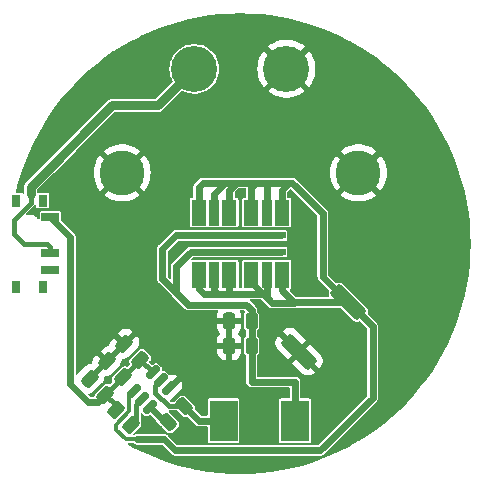
<source format=gbr>
%TF.GenerationSoftware,KiCad,Pcbnew,7.0.1*%
%TF.CreationDate,2023-03-29T13:12:41+01:00*%
%TF.ProjectId,LedBoard,4c656442-6f61-4726-942e-6b696361645f,rev?*%
%TF.SameCoordinates,Original*%
%TF.FileFunction,Copper,L1,Top*%
%TF.FilePolarity,Positive*%
%FSLAX46Y46*%
G04 Gerber Fmt 4.6, Leading zero omitted, Abs format (unit mm)*
G04 Created by KiCad (PCBNEW 7.0.1) date 2023-03-29 13:12:41*
%MOMM*%
%LPD*%
G01*
G04 APERTURE LIST*
G04 Aperture macros list*
%AMRoundRect*
0 Rectangle with rounded corners*
0 $1 Rounding radius*
0 $2 $3 $4 $5 $6 $7 $8 $9 X,Y pos of 4 corners*
0 Add a 4 corners polygon primitive as box body*
4,1,4,$2,$3,$4,$5,$6,$7,$8,$9,$2,$3,0*
0 Add four circle primitives for the rounded corners*
1,1,$1+$1,$2,$3*
1,1,$1+$1,$4,$5*
1,1,$1+$1,$6,$7*
1,1,$1+$1,$8,$9*
0 Add four rect primitives between the rounded corners*
20,1,$1+$1,$2,$3,$4,$5,0*
20,1,$1+$1,$4,$5,$6,$7,0*
20,1,$1+$1,$6,$7,$8,$9,0*
20,1,$1+$1,$8,$9,$2,$3,0*%
G04 Aperture macros list end*
%TA.AperFunction,SMDPad,CuDef*%
%ADD10R,0.825000X0.600000*%
%TD*%
%TA.AperFunction,SMDPad,CuDef*%
%ADD11R,0.625000X0.600000*%
%TD*%
%TA.AperFunction,SMDPad,CuDef*%
%ADD12R,1.245000X2.200000*%
%TD*%
%TA.AperFunction,SMDPad,CuDef*%
%ADD13R,0.850000X2.200000*%
%TD*%
%TA.AperFunction,ComponentPad*%
%ADD14C,3.800000*%
%TD*%
%TA.AperFunction,SMDPad,CuDef*%
%ADD15R,0.800000X1.000000*%
%TD*%
%TA.AperFunction,SMDPad,CuDef*%
%ADD16R,1.500000X0.700000*%
%TD*%
%TA.AperFunction,SMDPad,CuDef*%
%ADD17R,2.350000X3.500000*%
%TD*%
%TA.AperFunction,SMDPad,CuDef*%
%ADD18RoundRect,0.250000X0.250000X0.475000X-0.250000X0.475000X-0.250000X-0.475000X0.250000X-0.475000X0*%
%TD*%
%TA.AperFunction,SMDPad,CuDef*%
%ADD19RoundRect,0.250000X0.512652X0.159099X0.159099X0.512652X-0.512652X-0.159099X-0.159099X-0.512652X0*%
%TD*%
%TA.AperFunction,SMDPad,CuDef*%
%ADD20RoundRect,0.150000X0.256326X0.468458X-0.468458X-0.256326X-0.256326X-0.468458X0.468458X0.256326X0*%
%TD*%
%TA.AperFunction,SMDPad,CuDef*%
%ADD21RoundRect,0.250000X-0.751301X1.263953X-1.263953X0.751301X0.751301X-1.263953X1.263953X-0.751301X0*%
%TD*%
%TA.AperFunction,SMDPad,CuDef*%
%ADD22RoundRect,0.250000X0.503814X0.132583X0.132583X0.503814X-0.503814X-0.132583X-0.132583X-0.503814X0*%
%TD*%
%TA.AperFunction,ComponentPad*%
%ADD23O,3.900000X3.900000*%
%TD*%
%TA.AperFunction,ComponentPad*%
%ADD24C,3.900000*%
%TD*%
%TA.AperFunction,SMDPad,CuDef*%
%ADD25RoundRect,0.250000X0.159099X-0.512652X0.512652X-0.159099X-0.159099X0.512652X-0.512652X0.159099X0*%
%TD*%
%TA.AperFunction,Conductor*%
%ADD26C,0.600000*%
%TD*%
%TA.AperFunction,Conductor*%
%ADD27C,1.000000*%
%TD*%
%TA.AperFunction,Conductor*%
%ADD28C,0.150000*%
%TD*%
%TA.AperFunction,Conductor*%
%ADD29C,0.400000*%
%TD*%
%TA.AperFunction,Conductor*%
%ADD30C,0.300000*%
%TD*%
%TA.AperFunction,Conductor*%
%ADD31C,0.800000*%
%TD*%
G04 APERTURE END LIST*
D10*
%TO.P,LED4,1,Anode*%
%TO.N,Net-(C5-Pad1)*%
X91025000Y-36300000D03*
D11*
%TO.P,LED4,2,Anode*%
X92225000Y-36300000D03*
D10*
%TO.P,LED4,3,Anode*%
X93425000Y-36300000D03*
D12*
%TO.P,LED4,4,Cathode*%
%TO.N,Net-(U1-VFB)*%
X93521000Y-34375000D03*
D13*
%TO.P,LED4,5,Cathode*%
X92224000Y-34375000D03*
D12*
%TO.P,LED4,6,Cathode*%
X90927000Y-34375000D03*
%TD*%
D10*
%TO.P,LED3,1,Anode*%
%TO.N,Net-(C5-Pad1)*%
X93423000Y-37700000D03*
D11*
%TO.P,LED3,2,Anode*%
X92223000Y-37700000D03*
D10*
%TO.P,LED3,3,Anode*%
X91023000Y-37700000D03*
D12*
%TO.P,LED3,4,Cathode*%
%TO.N,Net-(U1-VFB)*%
X90927000Y-39625000D03*
D13*
%TO.P,LED3,5,Cathode*%
X92224000Y-39625000D03*
D12*
%TO.P,LED3,6,Cathode*%
X93521000Y-39625000D03*
%TD*%
D10*
%TO.P,LED2,1,Anode*%
%TO.N,Net-(C5-Pad1)*%
X88973000Y-37700000D03*
D11*
%TO.P,LED2,2,Anode*%
X87773000Y-37700000D03*
D10*
%TO.P,LED2,3,Anode*%
X86573000Y-37700000D03*
D12*
%TO.P,LED2,4,Cathode*%
%TO.N,Net-(U1-VFB)*%
X86477000Y-39625000D03*
D13*
%TO.P,LED2,5,Cathode*%
X87774000Y-39625000D03*
D12*
%TO.P,LED2,6,Cathode*%
X89071000Y-39625000D03*
%TD*%
D10*
%TO.P,LED1,1,Anode*%
%TO.N,Net-(C5-Pad1)*%
X86575000Y-36300000D03*
D11*
%TO.P,LED1,2,Anode*%
X87775000Y-36300000D03*
D10*
%TO.P,LED1,3,Anode*%
X88975000Y-36300000D03*
D12*
%TO.P,LED1,4,Cathode*%
%TO.N,Net-(U1-VFB)*%
X89071000Y-34375000D03*
D13*
%TO.P,LED1,5,Cathode*%
X87774000Y-34375000D03*
D12*
%TO.P,LED1,6,Cathode*%
X86477000Y-34375000D03*
%TD*%
D14*
%TO.P,H1,1,1*%
%TO.N,GND*%
X80000000Y-31000000D03*
%TD*%
D15*
%TO.P,SW1,*%
%TO.N,*%
X73255000Y-33350000D03*
X71045000Y-33350000D03*
X73255000Y-40650000D03*
X71045000Y-40650000D03*
D16*
%TO.P,SW1,1,A*%
%TO.N,Net-(SW1-A)*%
X73905000Y-34750000D03*
%TO.P,SW1,2,B*%
%TO.N,+12V*%
X73905000Y-37750000D03*
%TO.P,SW1,3,C*%
%TO.N,unconnected-(SW1-C-Pad3)*%
X73905000Y-39250000D03*
%TD*%
D17*
%TO.P,L1,1*%
%TO.N,Net-(U1-SW)*%
X88575000Y-52000000D03*
%TO.P,L1,2*%
%TO.N,Net-(C5-Pad1)*%
X94625000Y-52000000D03*
%TD*%
D18*
%TO.P,C5,1*%
%TO.N,Net-(C5-Pad1)*%
X90950000Y-45650000D03*
%TO.P,C5,2*%
%TO.N,GND*%
X89050000Y-45650000D03*
%TD*%
D19*
%TO.P,C4,1*%
%TO.N,Net-(SW1-A)*%
X81521751Y-46821751D03*
%TO.P,C4,2*%
%TO.N,GND*%
X80178249Y-45478249D03*
%TD*%
D20*
%TO.P,U1,1,GND*%
%TO.N,GND*%
X83952170Y-49234834D03*
%TO.P,U1,2,SW*%
%TO.N,Net-(U1-SW)*%
X83280419Y-48563083D03*
%TO.P,U1,3,VIN*%
%TO.N,Net-(SW1-A)*%
X82608668Y-47891332D03*
%TO.P,U1,4,VFB*%
%TO.N,Net-(U1-VFB)*%
X81000000Y-49500000D03*
%TO.P,U1,5,EN*%
%TO.N,Net-(U1-EN)*%
X81671751Y-50171751D03*
%TO.P,U1,6,VBST*%
%TO.N,Net-(U1-VBST)*%
X82343502Y-50843502D03*
%TD*%
D18*
%TO.P,C6,1*%
%TO.N,Net-(C5-Pad1)*%
X90950000Y-43550000D03*
%TO.P,C6,2*%
%TO.N,GND*%
X89050000Y-43550000D03*
%TD*%
D21*
%TO.P,R2,1*%
%TO.N,Net-(U1-VFB)*%
X99144804Y-41955196D03*
%TO.P,R2,2*%
%TO.N,GND*%
X94955196Y-46144804D03*
%TD*%
D22*
%TO.P,R1,1*%
%TO.N,Net-(U1-EN)*%
X80721320Y-52362652D03*
%TO.P,R1,2*%
%TO.N,Net-(SW1-A)*%
X79430850Y-51072182D03*
%TD*%
D23*
%TO.P,J1,1,Pin_1*%
%TO.N,+12V*%
X86100000Y-22200000D03*
D24*
%TO.P,J1,2,Pin_2*%
%TO.N,GND*%
X93900000Y-22200000D03*
%TD*%
D25*
%TO.P,C1,1*%
%TO.N,Net-(U1-VBST)*%
X83904334Y-52114168D03*
%TO.P,C1,2*%
%TO.N,Net-(U1-SW)*%
X85247836Y-50770666D03*
%TD*%
D19*
%TO.P,C3,1*%
%TO.N,Net-(SW1-A)*%
X80046751Y-48296751D03*
%TO.P,C3,2*%
%TO.N,GND*%
X78703249Y-46953249D03*
%TD*%
%TO.P,C2,1*%
%TO.N,Net-(SW1-A)*%
X78571751Y-49771751D03*
%TO.P,C2,2*%
%TO.N,GND*%
X77228249Y-48428249D03*
%TD*%
D14*
%TO.P,H2,1,1*%
%TO.N,GND*%
X100000000Y-31000000D03*
%TD*%
D26*
%TO.N,Net-(U1-VFB)*%
X93521000Y-32429000D02*
X94100000Y-31850000D01*
X93521000Y-34375000D02*
X93521000Y-32429000D01*
X94100000Y-31850000D02*
X94400000Y-31850000D01*
X92475000Y-31850000D02*
X94100000Y-31850000D01*
X92224000Y-32101000D02*
X92475000Y-31850000D01*
X92224000Y-34375000D02*
X92224000Y-32101000D01*
X91325000Y-31850000D02*
X92475000Y-31850000D01*
X90927000Y-34375000D02*
X90927000Y-32248000D01*
X90927000Y-32248000D02*
X91325000Y-31850000D01*
X89675000Y-31850000D02*
X91325000Y-31850000D01*
X89071000Y-34375000D02*
X89071000Y-32454000D01*
X89071000Y-32454000D02*
X89675000Y-31850000D01*
X88725000Y-31850000D02*
X89675000Y-31850000D01*
X87774000Y-32801000D02*
X88725000Y-31850000D01*
X87774000Y-34375000D02*
X87774000Y-32801000D01*
X86850000Y-31850000D02*
X88725000Y-31850000D01*
X89325000Y-41225000D02*
X91925000Y-41225000D01*
X91925000Y-41225000D02*
X92224000Y-41524000D01*
%TO.N,Net-(C5-Pad1)*%
X85575000Y-42150000D02*
X84875000Y-41450000D01*
X90950000Y-42600000D02*
X90500000Y-42150000D01*
X90500000Y-42150000D02*
X85575000Y-42150000D01*
X90950000Y-43550000D02*
X90950000Y-42600000D01*
%TO.N,Net-(U1-VFB)*%
X86900000Y-41225000D02*
X88075000Y-41225000D01*
X86477000Y-40802000D02*
X86900000Y-41225000D01*
X86477000Y-39625000D02*
X86477000Y-40802000D01*
X87774000Y-40924000D02*
X88075000Y-41225000D01*
X87774000Y-39625000D02*
X87774000Y-40924000D01*
X88075000Y-41225000D02*
X89325000Y-41225000D01*
X89071000Y-40971000D02*
X89325000Y-41225000D01*
X89071000Y-39625000D02*
X89071000Y-40971000D01*
X90927000Y-40227000D02*
X92550000Y-41850000D01*
X92550000Y-41850000D02*
X92700000Y-42000000D01*
X90927000Y-39625000D02*
X90927000Y-40227000D01*
X92224000Y-41524000D02*
X92550000Y-41850000D01*
X92700000Y-42000000D02*
X94575000Y-42000000D01*
X92224000Y-39625000D02*
X92224000Y-41524000D01*
X94575000Y-42000000D02*
X94619804Y-41955196D01*
X94619804Y-41955196D02*
X99144804Y-41955196D01*
X93521000Y-40946000D02*
X94575000Y-42000000D01*
X93521000Y-39625000D02*
X93521000Y-40946000D01*
X96975000Y-39785392D02*
X99144804Y-41955196D01*
X94400000Y-31850000D02*
X96975000Y-34425000D01*
X96975000Y-34425000D02*
X96975000Y-39785392D01*
X86477000Y-32223000D02*
X86850000Y-31850000D01*
X86477000Y-34375000D02*
X86477000Y-32223000D01*
%TO.N,Net-(C5-Pad1)*%
X84575000Y-38904500D02*
X84575000Y-41150000D01*
X85779500Y-37700000D02*
X84575000Y-38904500D01*
X86573000Y-37700000D02*
X85779500Y-37700000D01*
X84875000Y-41450000D02*
X83400000Y-39975000D01*
X84575000Y-41150000D02*
X84875000Y-41450000D01*
X93423000Y-37700000D02*
X86573000Y-37700000D01*
X83400000Y-37450000D02*
X84550000Y-36300000D01*
X84550000Y-36300000D02*
X93425000Y-36300000D01*
X83400000Y-39975000D02*
X83400000Y-37450000D01*
D27*
%TO.N,Net-(U1-VFB)*%
X90950000Y-39648000D02*
X90927000Y-39625000D01*
D26*
%TO.N,Net-(C5-Pad1)*%
X94625000Y-52000000D02*
X94625000Y-48700000D01*
X90950000Y-43550000D02*
X90950000Y-45650000D01*
X94625000Y-48700000D02*
X90950000Y-48700000D01*
X90950000Y-48700000D02*
X90950000Y-45650000D01*
%TO.N,Net-(U1-VBST)*%
X83614168Y-52114168D02*
X82343502Y-50843502D01*
D28*
X83904334Y-52114168D02*
X83614168Y-52114168D01*
D29*
%TO.N,Net-(U1-SW)*%
X82775000Y-49625000D02*
X83920666Y-50770666D01*
X82775000Y-49068502D02*
X82775000Y-49625000D01*
X83280419Y-48563083D02*
X82775000Y-49068502D01*
X83920666Y-50770666D02*
X85247836Y-50770666D01*
D26*
X88575000Y-52000000D02*
X86477170Y-52000000D01*
X86477170Y-52000000D02*
X85247836Y-50770666D01*
D29*
%TO.N,Net-(SW1-A)*%
X78571751Y-49771751D02*
X79430850Y-50630850D01*
D26*
X75600000Y-36445000D02*
X73905000Y-34750000D01*
D29*
X79430850Y-50630850D02*
X79430850Y-51072182D01*
D26*
X77918502Y-50425000D02*
X77125000Y-50425000D01*
D29*
X81539087Y-46821751D02*
X81521751Y-46821751D01*
D26*
X78571751Y-49771751D02*
X77918502Y-50425000D01*
D29*
X78571751Y-49771751D02*
X81521751Y-46821751D01*
X82608668Y-47891332D02*
X81539087Y-46821751D01*
D26*
X75600000Y-48900000D02*
X75600000Y-36445000D01*
X77125000Y-50425000D02*
X75600000Y-48900000D01*
D29*
%TO.N,GND*%
X83952170Y-49234834D02*
X83952170Y-49222830D01*
X83952170Y-49222830D02*
X85250000Y-47925000D01*
D26*
%TO.N,Net-(U1-VFB)*%
X96750000Y-54500000D02*
X101200000Y-50050000D01*
X101200000Y-44010392D02*
X99144804Y-41955196D01*
D30*
X80600000Y-51200000D02*
X80600000Y-49900000D01*
D26*
X101200000Y-50050000D02*
X101200000Y-44010392D01*
X83575000Y-53575000D02*
X84500000Y-54500000D01*
X81275000Y-53575000D02*
X83575000Y-53575000D01*
D30*
X80275000Y-53575000D02*
X79475000Y-52775000D01*
X79475000Y-52325000D02*
X80600000Y-51200000D01*
X79475000Y-52775000D02*
X79475000Y-52325000D01*
X80600000Y-49900000D02*
X81000000Y-49500000D01*
D26*
X84500000Y-54500000D02*
X96750000Y-54500000D01*
D30*
X81275000Y-53575000D02*
X80275000Y-53575000D01*
D29*
%TO.N,+12V*%
X72250000Y-32755000D02*
X72250000Y-33550000D01*
D31*
X79125000Y-25300000D02*
X72250000Y-32175000D01*
D29*
X73905000Y-37305000D02*
X73905000Y-37750000D01*
X70825833Y-36175833D02*
X71650000Y-37000000D01*
X73600000Y-37000000D02*
X73905000Y-37305000D01*
D31*
X72250000Y-32175000D02*
X72250000Y-32755000D01*
D29*
X70825833Y-34974167D02*
X70825833Y-36175833D01*
D31*
X83000000Y-25300000D02*
X79125000Y-25300000D01*
D29*
X72250000Y-33550000D02*
X70825833Y-34974167D01*
X71650000Y-37000000D02*
X73600000Y-37000000D01*
D31*
X86100000Y-22200000D02*
X83000000Y-25300000D01*
D29*
%TO.N,Net-(U1-EN)*%
X81200000Y-50643502D02*
X81200000Y-51883972D01*
X81671751Y-50171751D02*
X81200000Y-50643502D01*
X81200000Y-51883972D02*
X80721320Y-52362652D01*
%TD*%
%TA.AperFunction,Conductor*%
%TO.N,GND*%
G36*
X90873213Y-17520098D02*
G01*
X90876467Y-17520244D01*
X91746266Y-17578887D01*
X91749543Y-17579181D01*
X92615853Y-17676791D01*
X92619109Y-17677232D01*
X93480168Y-17813611D01*
X93483356Y-17814189D01*
X94337443Y-17989064D01*
X94340641Y-17989794D01*
X94918004Y-18135277D01*
X95185965Y-18202798D01*
X95189166Y-18203681D01*
X95441986Y-18279599D01*
X96024119Y-18454405D01*
X96027235Y-18455418D01*
X96850078Y-18743343D01*
X96853130Y-18744488D01*
X97662304Y-19069071D01*
X97665291Y-19070348D01*
X98459022Y-19430879D01*
X98461980Y-19432304D01*
X99238721Y-19828073D01*
X99241633Y-19829639D01*
X99999849Y-20259866D01*
X100002677Y-20261556D01*
X100112625Y-20330641D01*
X100740812Y-20725357D01*
X100743584Y-20727187D01*
X100786738Y-20757084D01*
X101460166Y-21223635D01*
X101462821Y-21225564D01*
X102113538Y-21721022D01*
X102156414Y-21753668D01*
X102159007Y-21755735D01*
X102828218Y-22314433D01*
X102830683Y-22316586D01*
X103089935Y-22553553D01*
X103474154Y-22904745D01*
X103476554Y-22907040D01*
X104092959Y-23523445D01*
X104095254Y-23525845D01*
X104683410Y-24169313D01*
X104685569Y-24171784D01*
X104793029Y-24300500D01*
X105244261Y-24840989D01*
X105246331Y-24843585D01*
X105774423Y-25537162D01*
X105776375Y-25539849D01*
X106272812Y-26256415D01*
X106274642Y-26259187D01*
X106738436Y-26997311D01*
X106740139Y-27000161D01*
X107170353Y-27758353D01*
X107171926Y-27761278D01*
X107567695Y-28538019D01*
X107569128Y-28540996D01*
X107929636Y-29334675D01*
X107930937Y-29337717D01*
X108255500Y-30146841D01*
X108256666Y-30149950D01*
X108544574Y-30972743D01*
X108545601Y-30975902D01*
X108796318Y-31810833D01*
X108797201Y-31814034D01*
X109010200Y-32659339D01*
X109010939Y-32662576D01*
X109185802Y-33516603D01*
X109186394Y-33519867D01*
X109208109Y-33656966D01*
X109322764Y-34380873D01*
X109323210Y-34384164D01*
X109420816Y-35250441D01*
X109421113Y-35253748D01*
X109479753Y-36123500D01*
X109479902Y-36126818D01*
X109499462Y-36998339D01*
X109499462Y-37001659D01*
X109479902Y-37873181D01*
X109479753Y-37876499D01*
X109421113Y-38746251D01*
X109420816Y-38749558D01*
X109323210Y-39615835D01*
X109322764Y-39619126D01*
X109186395Y-40480128D01*
X109185802Y-40483396D01*
X109010939Y-41337423D01*
X109010200Y-41340660D01*
X108797201Y-42185965D01*
X108796318Y-42189166D01*
X108545601Y-43024097D01*
X108544574Y-43027256D01*
X108256666Y-43850049D01*
X108255500Y-43853158D01*
X107930942Y-44662271D01*
X107929636Y-44665324D01*
X107569136Y-45458988D01*
X107567695Y-45461980D01*
X107171926Y-46238721D01*
X107170353Y-46241646D01*
X106740139Y-46999838D01*
X106738436Y-47002688D01*
X106274642Y-47740812D01*
X106272812Y-47743584D01*
X105776375Y-48460150D01*
X105774423Y-48462837D01*
X105246331Y-49156414D01*
X105244261Y-49159010D01*
X104685582Y-49828200D01*
X104683397Y-49830701D01*
X104095254Y-50474154D01*
X104092959Y-50476554D01*
X103476554Y-51092959D01*
X103474154Y-51095254D01*
X102830701Y-51683397D01*
X102828200Y-51685582D01*
X102159010Y-52244261D01*
X102156414Y-52246331D01*
X101462837Y-52774423D01*
X101460150Y-52776375D01*
X100743584Y-53272812D01*
X100740812Y-53274642D01*
X100002688Y-53738436D01*
X99999838Y-53740139D01*
X99241646Y-54170353D01*
X99238721Y-54171926D01*
X98461980Y-54567695D01*
X98458988Y-54569136D01*
X97665324Y-54929636D01*
X97662271Y-54930942D01*
X96853158Y-55255500D01*
X96850049Y-55256666D01*
X96027256Y-55544574D01*
X96024097Y-55545601D01*
X95189166Y-55796318D01*
X95185965Y-55797201D01*
X94340660Y-56010200D01*
X94337423Y-56010939D01*
X93483396Y-56185802D01*
X93480128Y-56186395D01*
X92619126Y-56322764D01*
X92615835Y-56323210D01*
X91749558Y-56420816D01*
X91746251Y-56421113D01*
X90876499Y-56479753D01*
X90873181Y-56479902D01*
X90001660Y-56499462D01*
X89998340Y-56499462D01*
X89126818Y-56479902D01*
X89123500Y-56479753D01*
X88253748Y-56421113D01*
X88250441Y-56420816D01*
X87384164Y-56323210D01*
X87380873Y-56322764D01*
X86662411Y-56208971D01*
X86519867Y-56186394D01*
X86516608Y-56185803D01*
X86265434Y-56134374D01*
X85662576Y-56010939D01*
X85659339Y-56010200D01*
X84814034Y-55797201D01*
X84810833Y-55796318D01*
X83975902Y-55545601D01*
X83972743Y-55544574D01*
X83149950Y-55256666D01*
X83146841Y-55255500D01*
X82337717Y-54930937D01*
X82334687Y-54929641D01*
X81540996Y-54569128D01*
X81538019Y-54567695D01*
X80761278Y-54171926D01*
X80758353Y-54170353D01*
X80482558Y-54013861D01*
X80450871Y-53978202D01*
X80447528Y-53930615D01*
X80473920Y-53890876D01*
X80519078Y-53875500D01*
X80902793Y-53875500D01*
X80934900Y-53882828D01*
X80960649Y-53903362D01*
X80965122Y-53908972D01*
X81077324Y-53985471D01*
X81077326Y-53985471D01*
X81077327Y-53985472D01*
X81207098Y-54025500D01*
X83357744Y-54025500D01*
X83386063Y-54031133D01*
X83410070Y-54047174D01*
X84160622Y-54797725D01*
X84166144Y-54803904D01*
X84190121Y-54833970D01*
X84190123Y-54833972D01*
X84238137Y-54866708D01*
X84240393Y-54868309D01*
X84287842Y-54903328D01*
X84301472Y-54910208D01*
X84302326Y-54910471D01*
X84302327Y-54910472D01*
X84347850Y-54924513D01*
X84357867Y-54927603D01*
X84360486Y-54928465D01*
X84380156Y-54935348D01*
X84416147Y-54947942D01*
X84431198Y-54950500D01*
X84432098Y-54950500D01*
X84490180Y-54950500D01*
X84492947Y-54950552D01*
X84500102Y-54950819D01*
X84551010Y-54952725D01*
X84551011Y-54952724D01*
X84551902Y-54952758D01*
X84569056Y-54950500D01*
X96720541Y-54950500D01*
X96728826Y-54950965D01*
X96767034Y-54955270D01*
X96767034Y-54955269D01*
X96767035Y-54955270D01*
X96824137Y-54944464D01*
X96826829Y-54944007D01*
X96884287Y-54935348D01*
X96884287Y-54935347D01*
X96885181Y-54935213D01*
X96899673Y-54930444D01*
X96900468Y-54930023D01*
X96900472Y-54930023D01*
X96951885Y-54902849D01*
X96954299Y-54901630D01*
X97006642Y-54876425D01*
X97006644Y-54876423D01*
X97007450Y-54876035D01*
X97019903Y-54867200D01*
X97020535Y-54866567D01*
X97020538Y-54866566D01*
X97061643Y-54825459D01*
X97063612Y-54823564D01*
X97088297Y-54800660D01*
X97106194Y-54784055D01*
X97106194Y-54784053D01*
X97106853Y-54783443D01*
X97117376Y-54769726D01*
X101497737Y-50389365D01*
X101503907Y-50383852D01*
X101533970Y-50359879D01*
X101566708Y-50311859D01*
X101568242Y-50309695D01*
X101602793Y-50262883D01*
X101602794Y-50262877D01*
X101603329Y-50262154D01*
X101610208Y-50248529D01*
X101614325Y-50235180D01*
X101627600Y-50192140D01*
X101628461Y-50189524D01*
X101638010Y-50162236D01*
X101647646Y-50134700D01*
X101647646Y-50134698D01*
X101647942Y-50133853D01*
X101650500Y-50118803D01*
X101650500Y-50059804D01*
X101650552Y-50057037D01*
X101651732Y-50025500D01*
X101652724Y-49998990D01*
X101652723Y-49998988D01*
X101652757Y-49998093D01*
X101650500Y-49980949D01*
X101650500Y-44039851D01*
X101650965Y-44031566D01*
X101655270Y-43993357D01*
X101644469Y-43936277D01*
X101644005Y-43933546D01*
X101635213Y-43875212D01*
X101630444Y-43860716D01*
X101602875Y-43808555D01*
X101601627Y-43806084D01*
X101598697Y-43800000D01*
X101576425Y-43753750D01*
X101576423Y-43753748D01*
X101576035Y-43752942D01*
X101567197Y-43740485D01*
X101525484Y-43698772D01*
X101523564Y-43696779D01*
X101483445Y-43653541D01*
X101469725Y-43643013D01*
X101351343Y-43524631D01*
X100789180Y-42962469D01*
X100769552Y-42927419D01*
X100771129Y-42887277D01*
X100809257Y-42769930D01*
X100809257Y-42643063D01*
X100787988Y-42577603D01*
X100770054Y-42522407D01*
X100728214Y-42464820D01*
X100714242Y-42445589D01*
X98654412Y-40385760D01*
X98654411Y-40385759D01*
X98577593Y-40329946D01*
X98577591Y-40329945D01*
X98456937Y-40290743D01*
X98456936Y-40290743D01*
X98330070Y-40290743D01*
X98330068Y-40290743D01*
X98212721Y-40328870D01*
X98172580Y-40330447D01*
X98137529Y-40310818D01*
X97447174Y-39620463D01*
X97431133Y-39596456D01*
X97425500Y-39568137D01*
X97425500Y-34454458D01*
X97425965Y-34446174D01*
X97426010Y-34445772D01*
X97430270Y-34407965D01*
X97419456Y-34350810D01*
X97419014Y-34348213D01*
X97410348Y-34290713D01*
X97410346Y-34290709D01*
X97410212Y-34289819D01*
X97405441Y-34275317D01*
X97377863Y-34223140D01*
X97376615Y-34220667D01*
X97351039Y-34167557D01*
X97342199Y-34155095D01*
X97300484Y-34113380D01*
X97298564Y-34111387D01*
X97259055Y-34068806D01*
X97259054Y-34068805D01*
X97258445Y-34068149D01*
X97244725Y-34057621D01*
X96054091Y-32866987D01*
X98486565Y-32866987D01*
X98711468Y-33030390D01*
X98976108Y-33175877D01*
X99256897Y-33287048D01*
X99549397Y-33362150D01*
X99849001Y-33400000D01*
X100150999Y-33400000D01*
X100450602Y-33362150D01*
X100743102Y-33287048D01*
X101023891Y-33175877D01*
X101288531Y-33030390D01*
X101513433Y-32866987D01*
X100000000Y-31353553D01*
X98486565Y-32866987D01*
X96054091Y-32866987D01*
X94739380Y-31552277D01*
X94733851Y-31546090D01*
X94709879Y-31516030D01*
X94661878Y-31483303D01*
X94659623Y-31481703D01*
X94612161Y-31446675D01*
X94598522Y-31439789D01*
X94542138Y-31422397D01*
X94539510Y-31421533D01*
X94535060Y-31419976D01*
X94495105Y-31405995D01*
X94483857Y-31402059D01*
X94468796Y-31399500D01*
X94467902Y-31399500D01*
X94409803Y-31399500D01*
X94407036Y-31399448D01*
X94348093Y-31397242D01*
X94330949Y-31399500D01*
X94167902Y-31399500D01*
X94129458Y-31399500D01*
X94121174Y-31399035D01*
X94105260Y-31397242D01*
X94082965Y-31394730D01*
X94082964Y-31394730D01*
X94071887Y-31396825D01*
X94064570Y-31398210D01*
X94050816Y-31399500D01*
X92542902Y-31399500D01*
X92504458Y-31399500D01*
X92496174Y-31399035D01*
X92480260Y-31397242D01*
X92457965Y-31394730D01*
X92457964Y-31394730D01*
X92446887Y-31396825D01*
X92439570Y-31398210D01*
X92425816Y-31399500D01*
X91392902Y-31399500D01*
X91354458Y-31399500D01*
X91346174Y-31399035D01*
X91330260Y-31397242D01*
X91307965Y-31394730D01*
X91307964Y-31394730D01*
X91289572Y-31398210D01*
X91275816Y-31399500D01*
X89742902Y-31399500D01*
X89704458Y-31399500D01*
X89696174Y-31399035D01*
X89680260Y-31397242D01*
X89657965Y-31394730D01*
X89657964Y-31394730D01*
X89639572Y-31398210D01*
X89625816Y-31399500D01*
X88792902Y-31399500D01*
X88754458Y-31399500D01*
X88746174Y-31399035D01*
X88730260Y-31397242D01*
X88707965Y-31394730D01*
X88707964Y-31394730D01*
X88689572Y-31398210D01*
X88675816Y-31399500D01*
X86879458Y-31399500D01*
X86871174Y-31399035D01*
X86870008Y-31398903D01*
X86832965Y-31394730D01*
X86832963Y-31394730D01*
X86775864Y-31405532D01*
X86773140Y-31405995D01*
X86714831Y-31414785D01*
X86700309Y-31419563D01*
X86648139Y-31447135D01*
X86645671Y-31448381D01*
X86592556Y-31473961D01*
X86580088Y-31482808D01*
X86538378Y-31524517D01*
X86536387Y-31526434D01*
X86493152Y-31566550D01*
X86482621Y-31580274D01*
X86179276Y-31883619D01*
X86173091Y-31889147D01*
X86143027Y-31913123D01*
X86110297Y-31961128D01*
X86108698Y-31963383D01*
X86073675Y-32010839D01*
X86066789Y-32024477D01*
X86049406Y-32080836D01*
X86048541Y-32083464D01*
X86029060Y-32139139D01*
X86026500Y-32154211D01*
X86026500Y-32213197D01*
X86026448Y-32215964D01*
X86024242Y-32274906D01*
X86026500Y-32292051D01*
X86026500Y-33050500D01*
X86016586Y-33087500D01*
X85989500Y-33114586D01*
X85952500Y-33124500D01*
X85839680Y-33124500D01*
X85795778Y-33133233D01*
X85745996Y-33166496D01*
X85712733Y-33216278D01*
X85704000Y-33260180D01*
X85704000Y-35489820D01*
X85712733Y-35533722D01*
X85745996Y-35583504D01*
X85795778Y-35616767D01*
X85839680Y-35625500D01*
X87114319Y-35625500D01*
X87114320Y-35625500D01*
X87158222Y-35616767D01*
X87183140Y-35600117D01*
X87224250Y-35587647D01*
X87265359Y-35600117D01*
X87290278Y-35616767D01*
X87334180Y-35625500D01*
X88213819Y-35625500D01*
X88213820Y-35625500D01*
X88257722Y-35616767D01*
X88282640Y-35600117D01*
X88323750Y-35587647D01*
X88364859Y-35600117D01*
X88389778Y-35616767D01*
X88433680Y-35625500D01*
X89708319Y-35625500D01*
X89708320Y-35625500D01*
X89752222Y-35616767D01*
X89802004Y-35583504D01*
X89835267Y-35533722D01*
X89844000Y-35489820D01*
X89844000Y-33260180D01*
X89835267Y-33216278D01*
X89802004Y-33166496D01*
X89752222Y-33133233D01*
X89708320Y-33124500D01*
X89708319Y-33124500D01*
X89595500Y-33124500D01*
X89558500Y-33114586D01*
X89531414Y-33087500D01*
X89521500Y-33050500D01*
X89521500Y-32671256D01*
X89527133Y-32642937D01*
X89543174Y-32618930D01*
X89839929Y-32322174D01*
X89863936Y-32306133D01*
X89892255Y-32300500D01*
X90402500Y-32300500D01*
X90439500Y-32310414D01*
X90466586Y-32337500D01*
X90476500Y-32374500D01*
X90476500Y-33050500D01*
X90466586Y-33087500D01*
X90439500Y-33114586D01*
X90402500Y-33124500D01*
X90289680Y-33124500D01*
X90245778Y-33133233D01*
X90195996Y-33166496D01*
X90162733Y-33216278D01*
X90154000Y-33260180D01*
X90154000Y-35489820D01*
X90162733Y-35533722D01*
X90195996Y-35583504D01*
X90245778Y-35616767D01*
X90289680Y-35625500D01*
X91564319Y-35625500D01*
X91564320Y-35625500D01*
X91608222Y-35616767D01*
X91633140Y-35600117D01*
X91674250Y-35587647D01*
X91715359Y-35600117D01*
X91740278Y-35616767D01*
X91784180Y-35625500D01*
X92663819Y-35625500D01*
X92663820Y-35625500D01*
X92707722Y-35616767D01*
X92732640Y-35600117D01*
X92773750Y-35587647D01*
X92814859Y-35600117D01*
X92839778Y-35616767D01*
X92883680Y-35625500D01*
X94158319Y-35625500D01*
X94158320Y-35625500D01*
X94202222Y-35616767D01*
X94252004Y-35583504D01*
X94285267Y-35533722D01*
X94294000Y-35489820D01*
X94294000Y-33260180D01*
X94285267Y-33216278D01*
X94252004Y-33166496D01*
X94202222Y-33133233D01*
X94158320Y-33124500D01*
X94158319Y-33124500D01*
X94045500Y-33124500D01*
X94008500Y-33114586D01*
X93981414Y-33087500D01*
X93971500Y-33050500D01*
X93971500Y-32646256D01*
X93977133Y-32617938D01*
X93993174Y-32593930D01*
X94125483Y-32461620D01*
X94197673Y-32389428D01*
X94230846Y-32370277D01*
X94269151Y-32370276D01*
X94302325Y-32389429D01*
X96502826Y-34589929D01*
X96518867Y-34613936D01*
X96524500Y-34642255D01*
X96524500Y-39755934D01*
X96524035Y-39764218D01*
X96519730Y-39802427D01*
X96530533Y-39859523D01*
X96530988Y-39862199D01*
X96534236Y-39883745D01*
X96539786Y-39920570D01*
X96544559Y-39935072D01*
X96544976Y-39935862D01*
X96544977Y-39935864D01*
X96554470Y-39953826D01*
X96572124Y-39987229D01*
X96573370Y-39989697D01*
X96598963Y-40042840D01*
X96607804Y-40055300D01*
X96649514Y-40097010D01*
X96651433Y-40099002D01*
X96685001Y-40135180D01*
X96691556Y-40142244D01*
X96705274Y-40152770D01*
X97500426Y-40947921D01*
X97520055Y-40982972D01*
X97518478Y-41023113D01*
X97480351Y-41140460D01*
X97480351Y-41267329D01*
X97521628Y-41394369D01*
X97532889Y-41424889D01*
X97525052Y-41464291D01*
X97497782Y-41493791D01*
X97459117Y-41504696D01*
X94747452Y-41504696D01*
X94719133Y-41499063D01*
X94695126Y-41483022D01*
X94469722Y-41257618D01*
X94192035Y-40979932D01*
X94171784Y-40942043D01*
X94175995Y-40899287D01*
X94203246Y-40866082D01*
X94252004Y-40833504D01*
X94285267Y-40783722D01*
X94294000Y-40739820D01*
X94294000Y-38510180D01*
X94285267Y-38466278D01*
X94252004Y-38416496D01*
X94202222Y-38383233D01*
X94158320Y-38374500D01*
X92883680Y-38374500D01*
X92839777Y-38383233D01*
X92839778Y-38383233D01*
X92814861Y-38399882D01*
X92773750Y-38412352D01*
X92732639Y-38399882D01*
X92707722Y-38383233D01*
X92663820Y-38374500D01*
X91784180Y-38374500D01*
X91740277Y-38383233D01*
X91740278Y-38383233D01*
X91715361Y-38399882D01*
X91674250Y-38412352D01*
X91633139Y-38399882D01*
X91608222Y-38383233D01*
X91564320Y-38374500D01*
X90289680Y-38374500D01*
X90245777Y-38383233D01*
X90245778Y-38383233D01*
X90195996Y-38416496D01*
X90162733Y-38466278D01*
X90154000Y-38510181D01*
X90154000Y-40700500D01*
X90144086Y-40737500D01*
X90117000Y-40764586D01*
X90080000Y-40774500D01*
X89918000Y-40774500D01*
X89881000Y-40764586D01*
X89853914Y-40737500D01*
X89844000Y-40700500D01*
X89844000Y-38510181D01*
X89844000Y-38510180D01*
X89835267Y-38466278D01*
X89802004Y-38416496D01*
X89752222Y-38383233D01*
X89708320Y-38374500D01*
X88433680Y-38374500D01*
X88389777Y-38383233D01*
X88389778Y-38383233D01*
X88364861Y-38399882D01*
X88323750Y-38412352D01*
X88282639Y-38399882D01*
X88257722Y-38383233D01*
X88213820Y-38374500D01*
X87334180Y-38374500D01*
X87290277Y-38383233D01*
X87290278Y-38383233D01*
X87265361Y-38399882D01*
X87224250Y-38412352D01*
X87183139Y-38399882D01*
X87158222Y-38383233D01*
X87114320Y-38374500D01*
X85920755Y-38374500D01*
X85879643Y-38362029D01*
X85852388Y-38328819D01*
X85848177Y-38286063D01*
X85868429Y-38248174D01*
X85944429Y-38172174D01*
X85968436Y-38156133D01*
X85996755Y-38150500D01*
X93850319Y-38150500D01*
X93850320Y-38150500D01*
X93894222Y-38141767D01*
X93944004Y-38108504D01*
X93977267Y-38058722D01*
X93986000Y-38014820D01*
X93986000Y-37385180D01*
X93977267Y-37341278D01*
X93944004Y-37291496D01*
X93894222Y-37258233D01*
X93850320Y-37249500D01*
X93850319Y-37249500D01*
X85808958Y-37249500D01*
X85800674Y-37249035D01*
X85798952Y-37248841D01*
X85762465Y-37244730D01*
X85762464Y-37244730D01*
X85705365Y-37255533D01*
X85702639Y-37255996D01*
X85644327Y-37264785D01*
X85629820Y-37269558D01*
X85577681Y-37297115D01*
X85575212Y-37298361D01*
X85522052Y-37323962D01*
X85509594Y-37332802D01*
X85467879Y-37374516D01*
X85465887Y-37376434D01*
X85422652Y-37416550D01*
X85412121Y-37430274D01*
X84277276Y-38565119D01*
X84271091Y-38570647D01*
X84241027Y-38594623D01*
X84208297Y-38642628D01*
X84206698Y-38644883D01*
X84171675Y-38692339D01*
X84164789Y-38705977D01*
X84152367Y-38746251D01*
X84148672Y-38758233D01*
X84147406Y-38762336D01*
X84146541Y-38764964D01*
X84127060Y-38820639D01*
X84124500Y-38835711D01*
X84124500Y-38894697D01*
X84124448Y-38897464D01*
X84122242Y-38956406D01*
X84124500Y-38973551D01*
X84124500Y-39883745D01*
X84112029Y-39924857D01*
X84078819Y-39952112D01*
X84036063Y-39956323D01*
X83998174Y-39936071D01*
X83872174Y-39810071D01*
X83856133Y-39786064D01*
X83850500Y-39757745D01*
X83850500Y-37667256D01*
X83856133Y-37638937D01*
X83872174Y-37614930D01*
X84714929Y-36772174D01*
X84738936Y-36756133D01*
X84767255Y-36750500D01*
X93852319Y-36750500D01*
X93852320Y-36750500D01*
X93896222Y-36741767D01*
X93946004Y-36708504D01*
X93979267Y-36658722D01*
X93988000Y-36614820D01*
X93988000Y-35985180D01*
X93979267Y-35941278D01*
X93946004Y-35891496D01*
X93896222Y-35858233D01*
X93852320Y-35849500D01*
X93852319Y-35849500D01*
X84579458Y-35849500D01*
X84571174Y-35849035D01*
X84570008Y-35848903D01*
X84532965Y-35844730D01*
X84532963Y-35844730D01*
X84475864Y-35855532D01*
X84473140Y-35855995D01*
X84414831Y-35864785D01*
X84400309Y-35869563D01*
X84348139Y-35897135D01*
X84345671Y-35898381D01*
X84292556Y-35923961D01*
X84280088Y-35932808D01*
X84238378Y-35974517D01*
X84236387Y-35976434D01*
X84193152Y-36016550D01*
X84182621Y-36030274D01*
X83102276Y-37110619D01*
X83096091Y-37116147D01*
X83066027Y-37140123D01*
X83033297Y-37188128D01*
X83031698Y-37190383D01*
X82996675Y-37237839D01*
X82989789Y-37251477D01*
X82972406Y-37307836D01*
X82971541Y-37310464D01*
X82952060Y-37366139D01*
X82949500Y-37381211D01*
X82949500Y-37440197D01*
X82949448Y-37442964D01*
X82947242Y-37501906D01*
X82949500Y-37519051D01*
X82949500Y-39945542D01*
X82949035Y-39953826D01*
X82944730Y-39992035D01*
X82955533Y-40049131D01*
X82955988Y-40051807D01*
X82961938Y-40091278D01*
X82964786Y-40110178D01*
X82969559Y-40124680D01*
X82969976Y-40125470D01*
X82969977Y-40125472D01*
X82988177Y-40159908D01*
X82997124Y-40176837D01*
X82998370Y-40179305D01*
X83023963Y-40232448D01*
X83032804Y-40244908D01*
X83074514Y-40286618D01*
X83076433Y-40288610D01*
X83114786Y-40329945D01*
X83116556Y-40331852D01*
X83130274Y-40342378D01*
X83665375Y-40877479D01*
X84199942Y-41412045D01*
X84199943Y-41412047D01*
X84249513Y-41461617D01*
X84251432Y-41463609D01*
X84289555Y-41504696D01*
X84291556Y-41506852D01*
X84305274Y-41517378D01*
X84395509Y-41607612D01*
X84503250Y-41715353D01*
X84503253Y-41715357D01*
X85235626Y-42447730D01*
X85241148Y-42453909D01*
X85265121Y-42483970D01*
X85265123Y-42483972D01*
X85313144Y-42516713D01*
X85315387Y-42518304D01*
X85325659Y-42525885D01*
X85362841Y-42553327D01*
X85376475Y-42560208D01*
X85377323Y-42560469D01*
X85377327Y-42560472D01*
X85432914Y-42577617D01*
X85435424Y-42578443D01*
X85490300Y-42597646D01*
X85490303Y-42597646D01*
X85491149Y-42597942D01*
X85506198Y-42600500D01*
X85507098Y-42600500D01*
X85565196Y-42600500D01*
X85567962Y-42600551D01*
X85626010Y-42602724D01*
X85626011Y-42602723D01*
X85626906Y-42602757D01*
X85644051Y-42600500D01*
X88078892Y-42600500D01*
X88116357Y-42610685D01*
X88143509Y-42638436D01*
X88152874Y-42676114D01*
X88141875Y-42713348D01*
X88115641Y-42755878D01*
X88060494Y-42922303D01*
X88050000Y-43025023D01*
X88050000Y-43300000D01*
X90049999Y-43300000D01*
X90049999Y-43025023D01*
X90039505Y-42922303D01*
X89984358Y-42755878D01*
X89958125Y-42713348D01*
X89947126Y-42676114D01*
X89956491Y-42638436D01*
X89983643Y-42610685D01*
X90021108Y-42600500D01*
X90282744Y-42600500D01*
X90311062Y-42606133D01*
X90335070Y-42622174D01*
X90408426Y-42695529D01*
X90427578Y-42728702D01*
X90427579Y-42767007D01*
X90408426Y-42800180D01*
X90371951Y-42836655D01*
X90346158Y-42887277D01*
X90314354Y-42949696D01*
X90314353Y-42949697D01*
X90314354Y-42949697D01*
X90299500Y-43043481D01*
X90299500Y-44056518D01*
X90314353Y-44150303D01*
X90371949Y-44263341D01*
X90469945Y-44361337D01*
X90469718Y-44361563D01*
X90488596Y-44379015D01*
X90499500Y-44417679D01*
X90499500Y-44782321D01*
X90488596Y-44820985D01*
X90469718Y-44838436D01*
X90469945Y-44838663D01*
X90371949Y-44936659D01*
X90314354Y-45049694D01*
X90299500Y-45143481D01*
X90299500Y-46156518D01*
X90314353Y-46250303D01*
X90371949Y-46363341D01*
X90469945Y-46461337D01*
X90469718Y-46461563D01*
X90488596Y-46479015D01*
X90499500Y-46517679D01*
X90499500Y-48640900D01*
X90497645Y-48657366D01*
X90495684Y-48665954D01*
X90498122Y-48698479D01*
X90499240Y-48713397D01*
X90499293Y-48714097D01*
X90499500Y-48719628D01*
X90499500Y-48733763D01*
X90501607Y-48747745D01*
X90502226Y-48753240D01*
X90505834Y-48801379D01*
X90509052Y-48809579D01*
X90513339Y-48825580D01*
X90514651Y-48834285D01*
X90535595Y-48877776D01*
X90537804Y-48882838D01*
X90555448Y-48927794D01*
X90560942Y-48934683D01*
X90569752Y-48948705D01*
X90573575Y-48956642D01*
X90591053Y-48975479D01*
X90606411Y-48992031D01*
X90610019Y-48996224D01*
X90626936Y-49017437D01*
X90640121Y-49033970D01*
X90647399Y-49038932D01*
X90659950Y-49049734D01*
X90665945Y-49056194D01*
X90665946Y-49056195D01*
X90707755Y-49080333D01*
X90712423Y-49083265D01*
X90743282Y-49104305D01*
X90752327Y-49110472D01*
X90760741Y-49113067D01*
X90775930Y-49119694D01*
X90783555Y-49124096D01*
X90830635Y-49134841D01*
X90835953Y-49136266D01*
X90882098Y-49150500D01*
X90890900Y-49150500D01*
X90907366Y-49152355D01*
X90915954Y-49154315D01*
X90964098Y-49150706D01*
X90969628Y-49150500D01*
X94100500Y-49150500D01*
X94137500Y-49160414D01*
X94164586Y-49187500D01*
X94174500Y-49224500D01*
X94174500Y-50025500D01*
X94164586Y-50062500D01*
X94137500Y-50089586D01*
X94100500Y-50099500D01*
X93435180Y-50099500D01*
X93391278Y-50108233D01*
X93341496Y-50141496D01*
X93308233Y-50191278D01*
X93299500Y-50235180D01*
X93299500Y-53764820D01*
X93308233Y-53808722D01*
X93341496Y-53858504D01*
X93391278Y-53891767D01*
X93435180Y-53900500D01*
X95814819Y-53900500D01*
X95814820Y-53900500D01*
X95858722Y-53891767D01*
X95908504Y-53858504D01*
X95941767Y-53808722D01*
X95950500Y-53764820D01*
X95950500Y-50235180D01*
X95941767Y-50191278D01*
X95908504Y-50141496D01*
X95858722Y-50108233D01*
X95814820Y-50099500D01*
X95814819Y-50099500D01*
X95149500Y-50099500D01*
X95112500Y-50089586D01*
X95085414Y-50062500D01*
X95075500Y-50025500D01*
X95075500Y-48759100D01*
X95077355Y-48742634D01*
X95079315Y-48734045D01*
X95075707Y-48685903D01*
X95075500Y-48680372D01*
X95075500Y-48666242D01*
X95075500Y-48666238D01*
X95073388Y-48652231D01*
X95072774Y-48646776D01*
X95069166Y-48598622D01*
X95065948Y-48590423D01*
X95061659Y-48574414D01*
X95060348Y-48565713D01*
X95039400Y-48522214D01*
X95037193Y-48517156D01*
X95019552Y-48472206D01*
X95014058Y-48465317D01*
X95005246Y-48451292D01*
X95003372Y-48447402D01*
X95001425Y-48443358D01*
X94991839Y-48433027D01*
X94968588Y-48407968D01*
X94964986Y-48403783D01*
X94934879Y-48366030D01*
X94930333Y-48362930D01*
X94927601Y-48361067D01*
X94915049Y-48350265D01*
X94909054Y-48343805D01*
X94867251Y-48319669D01*
X94862567Y-48316726D01*
X94829790Y-48294380D01*
X94822673Y-48289528D01*
X94814250Y-48286929D01*
X94799073Y-48280308D01*
X94791445Y-48275904D01*
X94791442Y-48275903D01*
X94791440Y-48275902D01*
X94744374Y-48265159D01*
X94739032Y-48263728D01*
X94692902Y-48249500D01*
X94684100Y-48249500D01*
X94667634Y-48247645D01*
X94659045Y-48245684D01*
X94613643Y-48249087D01*
X94610901Y-48249293D01*
X94605372Y-48249500D01*
X91474500Y-48249500D01*
X91437500Y-48239586D01*
X91410414Y-48212500D01*
X91400500Y-48175500D01*
X91400500Y-47108236D01*
X94345316Y-47108236D01*
X95211507Y-47974427D01*
X95291560Y-48039639D01*
X95448237Y-48118325D01*
X95618834Y-48158758D01*
X95794160Y-48158758D01*
X95964756Y-48118325D01*
X96121436Y-48039637D01*
X96201487Y-47974428D01*
X96316376Y-47859537D01*
X94955196Y-46498357D01*
X94345316Y-47108236D01*
X91400500Y-47108236D01*
X91400500Y-46517679D01*
X91411404Y-46479015D01*
X91430281Y-46461563D01*
X91430055Y-46461337D01*
X91447271Y-46444121D01*
X91528050Y-46363342D01*
X91585646Y-46250304D01*
X91600500Y-46156519D01*
X91600499Y-45481166D01*
X92941242Y-45481166D01*
X92981674Y-45651762D01*
X93060362Y-45808442D01*
X93125567Y-45888488D01*
X93991763Y-46754683D01*
X94601643Y-46144804D01*
X95308749Y-46144804D01*
X96669929Y-47505984D01*
X96784819Y-47391094D01*
X96850031Y-47311041D01*
X96928717Y-47154364D01*
X96969150Y-46983768D01*
X96969150Y-46808442D01*
X96928717Y-46637845D01*
X96850029Y-46481165D01*
X96784824Y-46401119D01*
X95918628Y-45534924D01*
X95308749Y-46144804D01*
X94601643Y-46144804D01*
X93240462Y-44783623D01*
X93125572Y-44898513D01*
X93060360Y-44978566D01*
X92981674Y-45135243D01*
X92941242Y-45305840D01*
X92941242Y-45481166D01*
X91600499Y-45481166D01*
X91600499Y-45143482D01*
X91585646Y-45049696D01*
X91528050Y-44936658D01*
X91438342Y-44846950D01*
X91438342Y-44846949D01*
X91430055Y-44838663D01*
X91430281Y-44838436D01*
X91411404Y-44820985D01*
X91400500Y-44782321D01*
X91400500Y-44430070D01*
X93594015Y-44430070D01*
X94955195Y-45791250D01*
X95565075Y-45181371D01*
X94698884Y-44315180D01*
X94618831Y-44249968D01*
X94462154Y-44171282D01*
X94291558Y-44130850D01*
X94116232Y-44130850D01*
X93945635Y-44171282D01*
X93788955Y-44249970D01*
X93708909Y-44315175D01*
X93594015Y-44430070D01*
X91400500Y-44430070D01*
X91400500Y-44417679D01*
X91411404Y-44379015D01*
X91430281Y-44361563D01*
X91430055Y-44361337D01*
X91447271Y-44344121D01*
X91528050Y-44263342D01*
X91585646Y-44150304D01*
X91600500Y-44056519D01*
X91600499Y-43043482D01*
X91585646Y-42949696D01*
X91528050Y-42836658D01*
X91438342Y-42746950D01*
X91438342Y-42746949D01*
X91430055Y-42738663D01*
X91430281Y-42738436D01*
X91411404Y-42720985D01*
X91400500Y-42682321D01*
X91400500Y-42629459D01*
X91400965Y-42621174D01*
X91405270Y-42582965D01*
X91399662Y-42553327D01*
X91394466Y-42525870D01*
X91394005Y-42523154D01*
X91385348Y-42465713D01*
X91385347Y-42465711D01*
X91385213Y-42464820D01*
X91380445Y-42450328D01*
X91380023Y-42449530D01*
X91380023Y-42449528D01*
X91352852Y-42398120D01*
X91351625Y-42395688D01*
X91326036Y-42342551D01*
X91317201Y-42330098D01*
X91275497Y-42288393D01*
X91273577Y-42286401D01*
X91234055Y-42243806D01*
X91234052Y-42243804D01*
X91233447Y-42243152D01*
X91219723Y-42232620D01*
X90839380Y-41852277D01*
X90833851Y-41846090D01*
X90825499Y-41835617D01*
X90809879Y-41816030D01*
X90801973Y-41810639D01*
X90773813Y-41773940D01*
X90772949Y-41727687D01*
X90799719Y-41689960D01*
X90843661Y-41675500D01*
X91707745Y-41675500D01*
X91736064Y-41681133D01*
X91760071Y-41697174D01*
X91848941Y-41786044D01*
X91848943Y-41786047D01*
X91898513Y-41835617D01*
X91900433Y-41837610D01*
X91940556Y-41880852D01*
X91954274Y-41891378D01*
X92062425Y-41999528D01*
X92178250Y-42115353D01*
X92178253Y-42115357D01*
X92360619Y-42297723D01*
X92366148Y-42303910D01*
X92390121Y-42333971D01*
X92438137Y-42366708D01*
X92440393Y-42368309D01*
X92487842Y-42403328D01*
X92501472Y-42410208D01*
X92502326Y-42410471D01*
X92502327Y-42410472D01*
X92547850Y-42424513D01*
X92557867Y-42427603D01*
X92560486Y-42428465D01*
X92579770Y-42435213D01*
X92616146Y-42447942D01*
X92631205Y-42450500D01*
X92632098Y-42450500D01*
X92690197Y-42450500D01*
X92692963Y-42450551D01*
X92751010Y-42452724D01*
X92751011Y-42452723D01*
X92751906Y-42452757D01*
X92769051Y-42450500D01*
X94545541Y-42450500D01*
X94553826Y-42450965D01*
X94592035Y-42455270D01*
X94600687Y-42453632D01*
X94617212Y-42452394D01*
X94626010Y-42452724D01*
X94663147Y-42442772D01*
X94671262Y-42441078D01*
X94709287Y-42435348D01*
X94709287Y-42435347D01*
X94710181Y-42435213D01*
X94724676Y-42430443D01*
X94725470Y-42430023D01*
X94725472Y-42430023D01*
X94733256Y-42425908D01*
X94748681Y-42419853D01*
X94757187Y-42417575D01*
X94758040Y-42417038D01*
X94797411Y-42405696D01*
X98485607Y-42405696D01*
X98513926Y-42411329D01*
X98537933Y-42427370D01*
X99635196Y-43524632D01*
X99712015Y-43580446D01*
X99770883Y-43599573D01*
X99832671Y-43619649D01*
X99832672Y-43619649D01*
X99959538Y-43619649D01*
X100076886Y-43581520D01*
X100117027Y-43579944D01*
X100152078Y-43599573D01*
X100727826Y-44175321D01*
X100743867Y-44199328D01*
X100749500Y-44227647D01*
X100749500Y-49832745D01*
X100743867Y-49861064D01*
X100727826Y-49885071D01*
X96585071Y-54027826D01*
X96561064Y-54043867D01*
X96532745Y-54049500D01*
X84717255Y-54049500D01*
X84688936Y-54043867D01*
X84664929Y-54027826D01*
X83914380Y-53277277D01*
X83908851Y-53271090D01*
X83905561Y-53266965D01*
X83884879Y-53241030D01*
X83836878Y-53208303D01*
X83834623Y-53206703D01*
X83787161Y-53171675D01*
X83773522Y-53164789D01*
X83717138Y-53147397D01*
X83714510Y-53146533D01*
X83658857Y-53127059D01*
X83643796Y-53124500D01*
X83642902Y-53124500D01*
X83584803Y-53124500D01*
X83582036Y-53124448D01*
X83523093Y-53122242D01*
X83505949Y-53124500D01*
X81241234Y-53124500D01*
X81140715Y-53139651D01*
X81033967Y-53191058D01*
X80993574Y-53197921D01*
X80955722Y-53182241D01*
X80932013Y-53148827D01*
X80929715Y-53107919D01*
X80949532Y-53072061D01*
X81530616Y-52490978D01*
X81586430Y-52414159D01*
X81625633Y-52293503D01*
X81625633Y-52166636D01*
X81586430Y-52045980D01*
X81560512Y-52010307D01*
X81547197Y-51977781D01*
X81550390Y-51942780D01*
X81551350Y-51939983D01*
X81552725Y-51930545D01*
X81550563Y-51878254D01*
X81550500Y-51875197D01*
X81550500Y-51378907D01*
X81562971Y-51337795D01*
X81596181Y-51310540D01*
X81638937Y-51306329D01*
X81676826Y-51326581D01*
X81906415Y-51556169D01*
X81926243Y-51571876D01*
X82031003Y-51612460D01*
X82143349Y-51612460D01*
X82248109Y-51571876D01*
X82248109Y-51571875D01*
X82248111Y-51571875D01*
X82267931Y-51556175D01*
X82267932Y-51556173D01*
X82267937Y-51556170D01*
X82291175Y-51532931D01*
X82324347Y-51513779D01*
X82362653Y-51513778D01*
X82395827Y-51532931D01*
X82870978Y-52008081D01*
X83319490Y-52456593D01*
X83342983Y-52473931D01*
X83351367Y-52481145D01*
X83802524Y-52932303D01*
X83879343Y-52988117D01*
X83913269Y-52999140D01*
X83999999Y-53027320D01*
X84000000Y-53027320D01*
X84126866Y-53027320D01*
X84126867Y-53027320D01*
X84156455Y-53017705D01*
X84247523Y-52988117D01*
X84324342Y-52932304D01*
X84722469Y-52534176D01*
X84778283Y-52457357D01*
X84817486Y-52336700D01*
X84817486Y-52209834D01*
X84814784Y-52201519D01*
X84792761Y-52133738D01*
X84778283Y-52089177D01*
X84722470Y-52012358D01*
X84006144Y-51296033D01*
X83949711Y-51255031D01*
X83922832Y-51218033D01*
X83922832Y-51172298D01*
X83949714Y-51135299D01*
X83993210Y-51121166D01*
X84647738Y-51121166D01*
X84676057Y-51126799D01*
X84700064Y-51142840D01*
X85146026Y-51588801D01*
X85222845Y-51644615D01*
X85267408Y-51659094D01*
X85343501Y-51683818D01*
X85482089Y-51683818D01*
X85482089Y-51684139D01*
X85507768Y-51683127D01*
X85542825Y-51702758D01*
X86137792Y-52297725D01*
X86143314Y-52303904D01*
X86167291Y-52333970D01*
X86167293Y-52333972D01*
X86215307Y-52366708D01*
X86217563Y-52368309D01*
X86265012Y-52403328D01*
X86278642Y-52410208D01*
X86279496Y-52410471D01*
X86279497Y-52410472D01*
X86291451Y-52414159D01*
X86335037Y-52427603D01*
X86337656Y-52428465D01*
X86392471Y-52447646D01*
X86393317Y-52447942D01*
X86408368Y-52450500D01*
X86409268Y-52450500D01*
X86467350Y-52450500D01*
X86470117Y-52450552D01*
X86477272Y-52450819D01*
X86528180Y-52452725D01*
X86528181Y-52452724D01*
X86529072Y-52452758D01*
X86546226Y-52450500D01*
X87175500Y-52450500D01*
X87212500Y-52460414D01*
X87239586Y-52487500D01*
X87249500Y-52524500D01*
X87249500Y-53764820D01*
X87258233Y-53808722D01*
X87291496Y-53858504D01*
X87341278Y-53891767D01*
X87385180Y-53900500D01*
X89764819Y-53900500D01*
X89764820Y-53900500D01*
X89808722Y-53891767D01*
X89858504Y-53858504D01*
X89891767Y-53808722D01*
X89900500Y-53764820D01*
X89900500Y-50235180D01*
X89891767Y-50191278D01*
X89858504Y-50141496D01*
X89808722Y-50108233D01*
X89764820Y-50099500D01*
X87385180Y-50099500D01*
X87341278Y-50108233D01*
X87291496Y-50141496D01*
X87258233Y-50191278D01*
X87250538Y-50229965D01*
X87249500Y-50235181D01*
X87249500Y-51475500D01*
X87239586Y-51512500D01*
X87212500Y-51539586D01*
X87175500Y-51549500D01*
X86694426Y-51549500D01*
X86666107Y-51543867D01*
X86642100Y-51527826D01*
X86179929Y-51065655D01*
X86160299Y-51030602D01*
X86161309Y-51004919D01*
X86160988Y-51004919D01*
X86160988Y-50866331D01*
X86137262Y-50793309D01*
X86121785Y-50745675D01*
X86089772Y-50701613D01*
X86065973Y-50668857D01*
X85349646Y-49952531D01*
X85320777Y-49931556D01*
X85272827Y-49896717D01*
X85272825Y-49896716D01*
X85152171Y-49857514D01*
X85152170Y-49857514D01*
X85025304Y-49857514D01*
X85025303Y-49857514D01*
X84904646Y-49896717D01*
X84827829Y-49952528D01*
X84429697Y-50350661D01*
X84401360Y-50389663D01*
X84375089Y-50412101D01*
X84341494Y-50420166D01*
X84096500Y-50420166D01*
X84068181Y-50414533D01*
X84044174Y-50398492D01*
X84020336Y-50374654D01*
X83999698Y-50334668D01*
X84006039Y-50290120D01*
X84037014Y-50257480D01*
X84080943Y-50233331D01*
X84109044Y-50209330D01*
X84926666Y-49391708D01*
X84950667Y-49363607D01*
X85029787Y-49219689D01*
X85070628Y-49060622D01*
X85070628Y-48896394D01*
X85029787Y-48737326D01*
X84950667Y-48593410D01*
X84949045Y-48591510D01*
X84004495Y-49536060D01*
X83971322Y-49555213D01*
X83933016Y-49555213D01*
X83899843Y-49536060D01*
X83650942Y-49287159D01*
X83631789Y-49253986D01*
X83631789Y-49215680D01*
X83650942Y-49182507D01*
X84595492Y-48237956D01*
X84593596Y-48236337D01*
X84449677Y-48157216D01*
X84290610Y-48116376D01*
X84126383Y-48116376D01*
X84053544Y-48135076D01*
X84015616Y-48134777D01*
X83982817Y-48115726D01*
X83717509Y-47850419D01*
X83717506Y-47850416D01*
X83697678Y-47834709D01*
X83697676Y-47834708D01*
X83592918Y-47794125D01*
X83480572Y-47794125D01*
X83468798Y-47798686D01*
X83426792Y-47802088D01*
X83389741Y-47782007D01*
X83369661Y-47744954D01*
X83373065Y-47702950D01*
X83377626Y-47691179D01*
X83377626Y-47578833D01*
X83337042Y-47474073D01*
X83337041Y-47474070D01*
X83321340Y-47454249D01*
X83045758Y-47178668D01*
X83045755Y-47178665D01*
X83025927Y-47162958D01*
X83025925Y-47162957D01*
X82921167Y-47122374D01*
X82808821Y-47122374D01*
X82704058Y-47162958D01*
X82684237Y-47178659D01*
X82590283Y-47272613D01*
X82557109Y-47291766D01*
X82518804Y-47291765D01*
X82485631Y-47272613D01*
X82290558Y-47077540D01*
X82271405Y-47044366D01*
X82271406Y-47006061D01*
X82290559Y-46972888D01*
X82339882Y-46923565D01*
X82339882Y-46923564D01*
X82339886Y-46923561D01*
X82395700Y-46846742D01*
X82434903Y-46726085D01*
X82434903Y-46599219D01*
X82395700Y-46478562D01*
X82339887Y-46401743D01*
X81941759Y-46003616D01*
X81864940Y-45947802D01*
X81864938Y-45947801D01*
X81744284Y-45908599D01*
X81744283Y-45908599D01*
X81617417Y-45908599D01*
X81617416Y-45908599D01*
X81496759Y-45947802D01*
X81419942Y-46003613D01*
X80703616Y-46719940D01*
X80647801Y-46796761D01*
X80608599Y-46917416D01*
X80608599Y-47044284D01*
X80642391Y-47148286D01*
X80643968Y-47188428D01*
X80624339Y-47223479D01*
X80448479Y-47399339D01*
X80413428Y-47418968D01*
X80373286Y-47417391D01*
X80269284Y-47383599D01*
X80269283Y-47383599D01*
X80142417Y-47383599D01*
X80142416Y-47383599D01*
X80021759Y-47422802D01*
X79944942Y-47478613D01*
X79228616Y-48194940D01*
X79172801Y-48271761D01*
X79133599Y-48392416D01*
X79133599Y-48519284D01*
X79167391Y-48623286D01*
X79168968Y-48663428D01*
X79149339Y-48698479D01*
X78973479Y-48874339D01*
X78938428Y-48893968D01*
X78898286Y-48892391D01*
X78794284Y-48858599D01*
X78794283Y-48858599D01*
X78667417Y-48858599D01*
X78667416Y-48858599D01*
X78546759Y-48897802D01*
X78469942Y-48953613D01*
X77753616Y-49669940D01*
X77697801Y-49746761D01*
X77658599Y-49867416D01*
X77658599Y-49900500D01*
X77648685Y-49937500D01*
X77621599Y-49964586D01*
X77584599Y-49974500D01*
X77342255Y-49974500D01*
X77313936Y-49968867D01*
X77289929Y-49952826D01*
X77146438Y-49809335D01*
X77127148Y-49775641D01*
X77127572Y-49736819D01*
X77147592Y-49703554D01*
X77181699Y-49685004D01*
X77327409Y-49650470D01*
X77484086Y-49571784D01*
X77564139Y-49506572D01*
X78306571Y-48764139D01*
X78371784Y-48684087D01*
X78450469Y-48527410D01*
X78490902Y-48356813D01*
X78490902Y-48289902D01*
X78500816Y-48252902D01*
X78527902Y-48225816D01*
X78564902Y-48215902D01*
X78631813Y-48215902D01*
X78802410Y-48175469D01*
X78959086Y-48096784D01*
X79039139Y-48031572D01*
X79781571Y-47289139D01*
X79846784Y-47209087D01*
X79925469Y-47052410D01*
X79965902Y-46881813D01*
X79965902Y-46814902D01*
X79975816Y-46777902D01*
X80002902Y-46750816D01*
X80039902Y-46740902D01*
X80106813Y-46740902D01*
X80277410Y-46700469D01*
X80434086Y-46621784D01*
X80514139Y-46556572D01*
X81170710Y-45900000D01*
X88050001Y-45900000D01*
X88050001Y-46174977D01*
X88060494Y-46277696D01*
X88115641Y-46444121D01*
X88207683Y-46593344D01*
X88331655Y-46717316D01*
X88480878Y-46809358D01*
X88647303Y-46864505D01*
X88750023Y-46875000D01*
X88800000Y-46875000D01*
X88800000Y-45900000D01*
X89300000Y-45900000D01*
X89300000Y-46874999D01*
X89349977Y-46874999D01*
X89452696Y-46864505D01*
X89619121Y-46809358D01*
X89768344Y-46717316D01*
X89892316Y-46593344D01*
X89984358Y-46444121D01*
X90039505Y-46277696D01*
X90050000Y-46174977D01*
X90050000Y-45900000D01*
X89300000Y-45900000D01*
X88800000Y-45900000D01*
X88050001Y-45900000D01*
X81170710Y-45900000D01*
X81256571Y-45814139D01*
X81321784Y-45734087D01*
X81400469Y-45577410D01*
X81440902Y-45406813D01*
X81440902Y-45400000D01*
X88050000Y-45400000D01*
X88800000Y-45400000D01*
X88800000Y-43800000D01*
X89300000Y-43800000D01*
X89300000Y-45400000D01*
X90049999Y-45400000D01*
X90049999Y-45125023D01*
X90039505Y-45022303D01*
X89984358Y-44855878D01*
X89892316Y-44706655D01*
X89837987Y-44652326D01*
X89818834Y-44619153D01*
X89818834Y-44580847D01*
X89837987Y-44547674D01*
X89892316Y-44493344D01*
X89984358Y-44344121D01*
X90039505Y-44177696D01*
X90050000Y-44074977D01*
X90050000Y-43800000D01*
X89300000Y-43800000D01*
X88800000Y-43800000D01*
X88050001Y-43800000D01*
X88050001Y-44074977D01*
X88060494Y-44177696D01*
X88115641Y-44344121D01*
X88207683Y-44493344D01*
X88262013Y-44547674D01*
X88281166Y-44580847D01*
X88281166Y-44619153D01*
X88262013Y-44652326D01*
X88207683Y-44706655D01*
X88115641Y-44855878D01*
X88060494Y-45022303D01*
X88050000Y-45125023D01*
X88050000Y-45400000D01*
X81440902Y-45400000D01*
X81440902Y-45231487D01*
X81400469Y-45060889D01*
X81321784Y-44904213D01*
X81256572Y-44824160D01*
X81221231Y-44788819D01*
X80178249Y-45831802D01*
X77280575Y-48729476D01*
X77247402Y-48748629D01*
X77209096Y-48748629D01*
X77175923Y-48729476D01*
X76927022Y-48480575D01*
X76907869Y-48447402D01*
X76907869Y-48409096D01*
X76927022Y-48375923D01*
X78349696Y-46953249D01*
X77819365Y-46422918D01*
X77624926Y-46617358D01*
X77559713Y-46697410D01*
X77481028Y-46854087D01*
X77440596Y-47024685D01*
X77440596Y-47091596D01*
X77430682Y-47128596D01*
X77403596Y-47155682D01*
X77366596Y-47165596D01*
X77299685Y-47165596D01*
X77129087Y-47206028D01*
X76972411Y-47284713D01*
X76892358Y-47349925D01*
X76176826Y-48065459D01*
X76138937Y-48085711D01*
X76096181Y-48081500D01*
X76062971Y-48054245D01*
X76050500Y-48013133D01*
X76050500Y-46069365D01*
X78172918Y-46069365D01*
X78703249Y-46599696D01*
X79824696Y-45478249D01*
X79294365Y-44947918D01*
X79099926Y-45142358D01*
X79034713Y-45222410D01*
X78956028Y-45379087D01*
X78915596Y-45549685D01*
X78915596Y-45616596D01*
X78905682Y-45653596D01*
X78878596Y-45680682D01*
X78841596Y-45690596D01*
X78774685Y-45690596D01*
X78604087Y-45731028D01*
X78447411Y-45809713D01*
X78367358Y-45874925D01*
X78172918Y-46069365D01*
X76050500Y-46069365D01*
X76050500Y-44594365D01*
X79647918Y-44594365D01*
X80178248Y-45124695D01*
X80867678Y-44435266D01*
X80832337Y-44399926D01*
X80752285Y-44334713D01*
X80595608Y-44256028D01*
X80425011Y-44215596D01*
X80249685Y-44215596D01*
X80079087Y-44256028D01*
X79922411Y-44334713D01*
X79842358Y-44399925D01*
X79647918Y-44594365D01*
X76050500Y-44594365D01*
X76050500Y-36474459D01*
X76050965Y-36466174D01*
X76055270Y-36427965D01*
X76045811Y-36377975D01*
X76044466Y-36370870D01*
X76044005Y-36368154D01*
X76043229Y-36363004D01*
X76035348Y-36310713D01*
X76035347Y-36310711D01*
X76035213Y-36309820D01*
X76030444Y-36295324D01*
X76002875Y-36243163D01*
X76001627Y-36240692D01*
X75976425Y-36188358D01*
X75976423Y-36188356D01*
X75976035Y-36187550D01*
X75967197Y-36175093D01*
X75925484Y-36133380D01*
X75923564Y-36131387D01*
X75883445Y-36088149D01*
X75869725Y-36077621D01*
X74827174Y-35035071D01*
X74811133Y-35011064D01*
X74805500Y-34982745D01*
X74805500Y-34385181D01*
X74804643Y-34380873D01*
X74796767Y-34341278D01*
X74763504Y-34291496D01*
X74713722Y-34258233D01*
X74669820Y-34249500D01*
X73140180Y-34249500D01*
X73096278Y-34258232D01*
X73096278Y-34258233D01*
X73046496Y-34291496D01*
X73013233Y-34341278D01*
X73004500Y-34385181D01*
X73004500Y-34839337D01*
X72991767Y-34880838D01*
X72957950Y-34908057D01*
X72914687Y-34911628D01*
X72876866Y-34890320D01*
X72822691Y-34833328D01*
X72767325Y-34775082D01*
X72682210Y-34715841D01*
X72608658Y-34664647D01*
X72431012Y-34588413D01*
X72312969Y-34564155D01*
X72241657Y-34549500D01*
X72241656Y-34549500D01*
X72096794Y-34549500D01*
X72096790Y-34549500D01*
X71952682Y-34564154D01*
X71918081Y-34575010D01*
X71869789Y-34573632D01*
X71832638Y-34542747D01*
X71822464Y-34495519D01*
X71843602Y-34452078D01*
X72466715Y-33828965D01*
X72478561Y-33819346D01*
X72490669Y-33811437D01*
X72510399Y-33786085D01*
X72516467Y-33779214D01*
X72518375Y-33777307D01*
X72530169Y-33760785D01*
X72531970Y-33758371D01*
X72570104Y-33709378D01*
X72570976Y-33710057D01*
X72584084Y-33691370D01*
X72621949Y-33675499D01*
X72662447Y-33682254D01*
X72693110Y-33709557D01*
X72704500Y-33749003D01*
X72704500Y-33864820D01*
X72713233Y-33908722D01*
X72746496Y-33958504D01*
X72796278Y-33991767D01*
X72840180Y-34000500D01*
X73669819Y-34000500D01*
X73669820Y-34000500D01*
X73713722Y-33991767D01*
X73763504Y-33958504D01*
X73796767Y-33908722D01*
X73805500Y-33864820D01*
X73805500Y-32866987D01*
X78486565Y-32866987D01*
X78711468Y-33030390D01*
X78976108Y-33175877D01*
X79256897Y-33287048D01*
X79549397Y-33362150D01*
X79849001Y-33400000D01*
X80150999Y-33400000D01*
X80450602Y-33362150D01*
X80743102Y-33287048D01*
X81023891Y-33175877D01*
X81288531Y-33030390D01*
X81513433Y-32866987D01*
X80000000Y-31353553D01*
X78486565Y-32866987D01*
X73805500Y-32866987D01*
X73805500Y-32835180D01*
X73796767Y-32791278D01*
X73763504Y-32741496D01*
X73713722Y-32708233D01*
X73669820Y-32699500D01*
X72874500Y-32699500D01*
X72837500Y-32689586D01*
X72810414Y-32662500D01*
X72800500Y-32625500D01*
X72800500Y-32433677D01*
X72806133Y-32405358D01*
X72822174Y-32381351D01*
X74203526Y-30999999D01*
X77595255Y-30999999D01*
X77614216Y-31301396D01*
X77670803Y-31598032D01*
X77764125Y-31885246D01*
X77892706Y-32158496D01*
X78054516Y-32413469D01*
X78135312Y-32511133D01*
X79646447Y-31000000D01*
X80353553Y-31000000D01*
X81864686Y-32511133D01*
X81945482Y-32413468D01*
X82107293Y-32158496D01*
X82235874Y-31885246D01*
X82329196Y-31598032D01*
X82385783Y-31301396D01*
X82404744Y-30999999D01*
X97595255Y-30999999D01*
X97614216Y-31301396D01*
X97670803Y-31598032D01*
X97764125Y-31885246D01*
X97892706Y-32158496D01*
X98054516Y-32413469D01*
X98135312Y-32511133D01*
X99646447Y-31000000D01*
X100353553Y-31000000D01*
X101864686Y-32511133D01*
X101945482Y-32413468D01*
X102107293Y-32158496D01*
X102235874Y-31885246D01*
X102329196Y-31598032D01*
X102385783Y-31301396D01*
X102404744Y-30999999D01*
X102385783Y-30698603D01*
X102329196Y-30401967D01*
X102235874Y-30114753D01*
X102107293Y-29841503D01*
X101945483Y-29586531D01*
X101864686Y-29488865D01*
X100353553Y-31000000D01*
X99646447Y-31000000D01*
X98135312Y-29488865D01*
X98135311Y-29488865D01*
X98054519Y-29586526D01*
X97892706Y-29841503D01*
X97764125Y-30114753D01*
X97670803Y-30401967D01*
X97614216Y-30698603D01*
X97595255Y-30999999D01*
X82404744Y-30999999D01*
X82385783Y-30698603D01*
X82329196Y-30401967D01*
X82235874Y-30114753D01*
X82107293Y-29841503D01*
X81945483Y-29586531D01*
X81864686Y-29488865D01*
X80353553Y-31000000D01*
X79646447Y-31000000D01*
X78135312Y-29488865D01*
X78135311Y-29488865D01*
X78054519Y-29586526D01*
X77892706Y-29841503D01*
X77764125Y-30114753D01*
X77670803Y-30401967D01*
X77614216Y-30698603D01*
X77595255Y-30999999D01*
X74203526Y-30999999D01*
X76070514Y-29133011D01*
X78486565Y-29133011D01*
X79999999Y-30646446D01*
X81513433Y-29133011D01*
X98486565Y-29133011D01*
X99999999Y-30646446D01*
X101513433Y-29133011D01*
X101288531Y-28969609D01*
X101023891Y-28824122D01*
X100743102Y-28712951D01*
X100450602Y-28637849D01*
X100150999Y-28600000D01*
X99849001Y-28600000D01*
X99549397Y-28637849D01*
X99256897Y-28712951D01*
X98976108Y-28824122D01*
X98711468Y-28969609D01*
X98486565Y-29133011D01*
X81513433Y-29133011D01*
X81288531Y-28969609D01*
X81023891Y-28824122D01*
X80743102Y-28712951D01*
X80450602Y-28637849D01*
X80150999Y-28600000D01*
X79849001Y-28600000D01*
X79549397Y-28637849D01*
X79256897Y-28712951D01*
X78976108Y-28824122D01*
X78711468Y-28969609D01*
X78486565Y-29133011D01*
X76070514Y-29133011D01*
X79331350Y-25872174D01*
X79355357Y-25856133D01*
X79383676Y-25850500D01*
X82989336Y-25850500D01*
X82991861Y-25850542D01*
X83056826Y-25852762D01*
X83099233Y-25842426D01*
X83106659Y-25841015D01*
X83149920Y-25835070D01*
X83170304Y-25826214D01*
X83182262Y-25822194D01*
X83190824Y-25820107D01*
X83203852Y-25816933D01*
X83241912Y-25795532D01*
X83248677Y-25792172D01*
X83288720Y-25774780D01*
X83305961Y-25760752D01*
X83316383Y-25753659D01*
X83335759Y-25742766D01*
X83366636Y-25711888D01*
X83372254Y-25706819D01*
X83406107Y-25679279D01*
X83406108Y-25679278D01*
X83418923Y-25661122D01*
X83427046Y-25651477D01*
X85014273Y-24064250D01*
X85057775Y-24043105D01*
X85105045Y-24053349D01*
X85131375Y-24069361D01*
X85394942Y-24183844D01*
X85579408Y-24235528D01*
X85671641Y-24261371D01*
X85813982Y-24280935D01*
X85956322Y-24300500D01*
X86243677Y-24300500D01*
X86243678Y-24300500D01*
X86528358Y-24261371D01*
X86805058Y-24183844D01*
X86991677Y-24102784D01*
X92350769Y-24102784D01*
X92584624Y-24272690D01*
X92854777Y-24421208D01*
X93141414Y-24534695D01*
X93440009Y-24611362D01*
X93745855Y-24650000D01*
X94054145Y-24650000D01*
X94359990Y-24611362D01*
X94658585Y-24534695D01*
X94945222Y-24421208D01*
X95215375Y-24272690D01*
X95449229Y-24102784D01*
X93900000Y-22553553D01*
X92350769Y-24102784D01*
X86991677Y-24102784D01*
X87068625Y-24069361D01*
X87314147Y-23920055D01*
X87537053Y-23738708D01*
X87733189Y-23528698D01*
X87898901Y-23293936D01*
X88031104Y-23038797D01*
X88127334Y-22768032D01*
X88185798Y-22486686D01*
X88205408Y-22200000D01*
X88205408Y-22199999D01*
X91445156Y-22199999D01*
X91464512Y-22507676D01*
X91522278Y-22810492D01*
X91617544Y-23103688D01*
X91748804Y-23382631D01*
X91913985Y-23642915D01*
X91999799Y-23746645D01*
X93546446Y-22200000D01*
X94253553Y-22200000D01*
X95800199Y-23746645D01*
X95886013Y-23642915D01*
X96051195Y-23382631D01*
X96182455Y-23103688D01*
X96277721Y-22810492D01*
X96335487Y-22507676D01*
X96354843Y-22199999D01*
X96335487Y-21892323D01*
X96277721Y-21589507D01*
X96182455Y-21296311D01*
X96051195Y-21017368D01*
X95886014Y-20757084D01*
X95800199Y-20653353D01*
X94253553Y-22200000D01*
X93546446Y-22200000D01*
X91999799Y-20653353D01*
X91913985Y-20757083D01*
X91748804Y-21017368D01*
X91617544Y-21296311D01*
X91522278Y-21589507D01*
X91464512Y-21892323D01*
X91445156Y-22199999D01*
X88205408Y-22199999D01*
X88185798Y-21913314D01*
X88127334Y-21631968D01*
X88031104Y-21361203D01*
X87898901Y-21106064D01*
X87733189Y-20871302D01*
X87537053Y-20661292D01*
X87314147Y-20479945D01*
X87314146Y-20479944D01*
X87068628Y-20330641D01*
X87068629Y-20330641D01*
X87068625Y-20330639D01*
X86991675Y-20297215D01*
X92350769Y-20297215D01*
X93899999Y-21846445D01*
X95449229Y-20297214D01*
X95215375Y-20127309D01*
X94945222Y-19978791D01*
X94658585Y-19865304D01*
X94359990Y-19788637D01*
X94054145Y-19750000D01*
X93745855Y-19750000D01*
X93440009Y-19788637D01*
X93141414Y-19865304D01*
X92854777Y-19978791D01*
X92584625Y-20127309D01*
X92350769Y-20297215D01*
X86991675Y-20297215D01*
X86805058Y-20216156D01*
X86805056Y-20216155D01*
X86805055Y-20216155D01*
X86528358Y-20138628D01*
X86278077Y-20104228D01*
X86243678Y-20099500D01*
X85956322Y-20099500D01*
X85925630Y-20103718D01*
X85671641Y-20138628D01*
X85394944Y-20216155D01*
X85394941Y-20216156D01*
X85394942Y-20216156D01*
X85131375Y-20330639D01*
X85131373Y-20330639D01*
X85131371Y-20330641D01*
X84885853Y-20479944D01*
X84662947Y-20661291D01*
X84466810Y-20871302D01*
X84301097Y-21106066D01*
X84168896Y-21361202D01*
X84072666Y-21631966D01*
X84014201Y-21913316D01*
X83994591Y-22199999D01*
X84014201Y-22486683D01*
X84072666Y-22768033D01*
X84168896Y-23038797D01*
X84251078Y-23197401D01*
X84258503Y-23242772D01*
X84237701Y-23283772D01*
X82793649Y-24727826D01*
X82769642Y-24743867D01*
X82741323Y-24749500D01*
X79135664Y-24749500D01*
X79133138Y-24749457D01*
X79068173Y-24747238D01*
X79068171Y-24747238D01*
X79025774Y-24757569D01*
X79018333Y-24758984D01*
X78975078Y-24764930D01*
X78954694Y-24773784D01*
X78942735Y-24777806D01*
X78921144Y-24783067D01*
X78883095Y-24804460D01*
X78876315Y-24807828D01*
X78836280Y-24825219D01*
X78819043Y-24839243D01*
X78808612Y-24846342D01*
X78789241Y-24857233D01*
X78758376Y-24888098D01*
X78752753Y-24893173D01*
X78718890Y-24920723D01*
X78706073Y-24938880D01*
X78697945Y-24948529D01*
X71868273Y-31778200D01*
X71866457Y-31779955D01*
X71818955Y-31824319D01*
X71796276Y-31861613D01*
X71792015Y-31867874D01*
X71765638Y-31902658D01*
X71757483Y-31923336D01*
X71751873Y-31934630D01*
X71740328Y-31953615D01*
X71733267Y-31978817D01*
X71728548Y-31995656D01*
X71726139Y-32002821D01*
X71710124Y-32043436D01*
X71710123Y-32043437D01*
X71710123Y-32043440D01*
X71707849Y-32065543D01*
X71705495Y-32077928D01*
X71699500Y-32099331D01*
X71699500Y-32142982D01*
X71699112Y-32150549D01*
X71694648Y-32193971D01*
X71698424Y-32215872D01*
X71699500Y-32228445D01*
X71699500Y-32716050D01*
X71684937Y-32760132D01*
X71646981Y-32786864D01*
X71600569Y-32785724D01*
X71563971Y-32757161D01*
X71553504Y-32741496D01*
X71528645Y-32724886D01*
X71503722Y-32708233D01*
X71459820Y-32699500D01*
X71459819Y-32699500D01*
X71074639Y-32699500D01*
X71032497Y-32686328D01*
X71005358Y-32651502D01*
X71002882Y-32607419D01*
X71004128Y-32602477D01*
X71202798Y-31814032D01*
X71203681Y-31810833D01*
X71267582Y-31598032D01*
X71454409Y-30975867D01*
X71455413Y-30972777D01*
X71743349Y-30149906D01*
X71744482Y-30146884D01*
X72069077Y-29337679D01*
X72070341Y-29334725D01*
X72430887Y-28540959D01*
X72432304Y-28538019D01*
X72828073Y-27761278D01*
X72829629Y-27758384D01*
X73259878Y-27000130D01*
X73261544Y-26997342D01*
X73725366Y-26259173D01*
X73727187Y-26256415D01*
X74223650Y-25539811D01*
X74225549Y-25537198D01*
X74753688Y-24843559D01*
X74755717Y-24841014D01*
X75314452Y-24171758D01*
X75316567Y-24169337D01*
X75904766Y-23525822D01*
X75907018Y-23523467D01*
X76523467Y-22907018D01*
X76525822Y-22904766D01*
X77169337Y-22316567D01*
X77171758Y-22314452D01*
X77841014Y-21755717D01*
X77843559Y-21753688D01*
X78537198Y-21225549D01*
X78539811Y-21223650D01*
X79256428Y-20727177D01*
X79259173Y-20725366D01*
X79997342Y-20261544D01*
X80000130Y-20259878D01*
X80758384Y-19829629D01*
X80761278Y-19828073D01*
X81303448Y-19551824D01*
X81538035Y-19432296D01*
X81540959Y-19430887D01*
X82334725Y-19070341D01*
X82337679Y-19069077D01*
X83146884Y-18744482D01*
X83149906Y-18743349D01*
X83972777Y-18455413D01*
X83975867Y-18454409D01*
X84810835Y-18203680D01*
X84814034Y-18202798D01*
X85659368Y-17989792D01*
X85662546Y-17989066D01*
X86516651Y-17814188D01*
X86519823Y-17813612D01*
X87380896Y-17677231D01*
X87384140Y-17676792D01*
X88250460Y-17579181D01*
X88253729Y-17578887D01*
X89123534Y-17520244D01*
X89126784Y-17520098D01*
X89998351Y-17500537D01*
X90001649Y-17500537D01*
X90873213Y-17520098D01*
G37*
%TD.AperFunction*%
%TD*%
M02*

</source>
